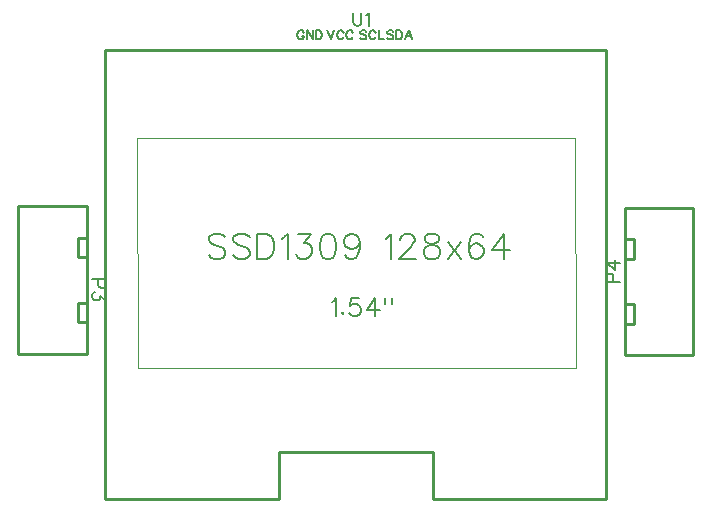
<source format=gto>
G04 Layer: TopSilkscreenLayer*
G04 EasyEDA v6.5.47, 2024-09-30 16:46:26*
G04 e7e5d466ba494a0aaca811e2ade4a1f3,2802210eb98647e48a656566f44cf116,10*
G04 Gerber Generator version 0.2*
G04 Scale: 100 percent, Rotated: No, Reflected: No *
G04 Dimensions in millimeters *
G04 leading zeros omitted , absolute positions ,4 integer and 5 decimal *
%FSLAX45Y45*%
%MOMM*%

%ADD10C,0.1524*%
%ADD11C,0.2032*%
%ADD12C,0.2540*%
%ADD13C,0.1000*%

%LPD*%
D10*
X2994822Y3231789D02*
G01*
X2885856Y3231789D01*
X2994822Y3231789D02*
G01*
X2994822Y3185053D01*
X2989742Y3169559D01*
X2984408Y3164225D01*
X2973994Y3159145D01*
X2958500Y3159145D01*
X2948086Y3164225D01*
X2943006Y3169559D01*
X2937672Y3185053D01*
X2937672Y3231789D01*
X2994822Y3114441D02*
G01*
X2994822Y3057291D01*
X2953166Y3088279D01*
X2953166Y3072785D01*
X2948086Y3062371D01*
X2943006Y3057291D01*
X2927258Y3051957D01*
X2916844Y3051957D01*
X2901350Y3057291D01*
X2890936Y3067705D01*
X2885856Y3083199D01*
X2885856Y3098693D01*
X2890936Y3114441D01*
X2896016Y3119521D01*
X2906430Y3124855D01*
X7241377Y3207110D02*
G01*
X7350343Y3207110D01*
X7241377Y3207110D02*
G01*
X7241377Y3253846D01*
X7246457Y3269340D01*
X7251791Y3274674D01*
X7262205Y3279754D01*
X7277699Y3279754D01*
X7288113Y3274674D01*
X7293193Y3269340D01*
X7298527Y3253846D01*
X7298527Y3207110D01*
X7241377Y3366114D02*
G01*
X7314021Y3314044D01*
X7314021Y3392022D01*
X7241377Y3366114D02*
G01*
X7350343Y3366114D01*
X5092700Y5487415D02*
G01*
X5092700Y5409437D01*
X5097779Y5393944D01*
X5108193Y5383529D01*
X5123941Y5378450D01*
X5134356Y5378450D01*
X5149850Y5383529D01*
X5160263Y5393944D01*
X5165343Y5409437D01*
X5165343Y5487415D01*
X5199634Y5466587D02*
G01*
X5210047Y5471921D01*
X5225795Y5487415D01*
X5225795Y5378450D01*
D11*
X4914005Y3043041D02*
G01*
X4928483Y3050407D01*
X4950327Y3072251D01*
X4950327Y2919343D01*
X5005699Y2955919D02*
G01*
X4998333Y2948553D01*
X5005699Y2941187D01*
X5012811Y2948553D01*
X5005699Y2955919D01*
X5148193Y3072251D02*
G01*
X5075549Y3072251D01*
X5068183Y3006719D01*
X5075549Y3014085D01*
X5097393Y3021197D01*
X5118983Y3021197D01*
X5140827Y3014085D01*
X5155559Y2999353D01*
X5162671Y2977509D01*
X5162671Y2963031D01*
X5155559Y2941187D01*
X5140827Y2926709D01*
X5118983Y2919343D01*
X5097393Y2919343D01*
X5075549Y2926709D01*
X5068183Y2934075D01*
X5060817Y2948553D01*
X5283575Y3072251D02*
G01*
X5210677Y2970397D01*
X5319897Y2970397D01*
X5283575Y3072251D02*
G01*
X5283575Y2919343D01*
X5367903Y3072251D02*
G01*
X5367903Y3021197D01*
X5426069Y3072251D02*
G01*
X5426069Y3021197D01*
X4012549Y3585349D02*
G01*
X3992483Y3605415D01*
X3962511Y3615321D01*
X3922633Y3615321D01*
X3892661Y3605415D01*
X3872595Y3585349D01*
X3872595Y3565283D01*
X3882501Y3545217D01*
X3892661Y3535311D01*
X3912473Y3525405D01*
X3972671Y3505339D01*
X3992483Y3495179D01*
X4002643Y3485273D01*
X4012549Y3465207D01*
X4012549Y3435235D01*
X3992483Y3415423D01*
X3962511Y3405263D01*
X3922633Y3405263D01*
X3892661Y3415423D01*
X3872595Y3435235D01*
X4218543Y3585349D02*
G01*
X4198477Y3605415D01*
X4168505Y3615321D01*
X4128627Y3615321D01*
X4098655Y3605415D01*
X4078589Y3585349D01*
X4078589Y3565283D01*
X4088495Y3545217D01*
X4098655Y3535311D01*
X4118721Y3525405D01*
X4178665Y3505339D01*
X4198477Y3495179D01*
X4208637Y3485273D01*
X4218543Y3465207D01*
X4218543Y3435235D01*
X4198477Y3415423D01*
X4168505Y3405263D01*
X4128627Y3405263D01*
X4098655Y3415423D01*
X4078589Y3435235D01*
X4284583Y3615321D02*
G01*
X4284583Y3405263D01*
X4284583Y3615321D02*
G01*
X4354687Y3615321D01*
X4384659Y3605415D01*
X4404471Y3585349D01*
X4414631Y3565283D01*
X4424537Y3535311D01*
X4424537Y3485273D01*
X4414631Y3455301D01*
X4404471Y3435235D01*
X4384659Y3415423D01*
X4354687Y3405263D01*
X4284583Y3405263D01*
X4490577Y3575189D02*
G01*
X4510643Y3585349D01*
X4540615Y3615321D01*
X4540615Y3405263D01*
X4626467Y3615321D02*
G01*
X4736703Y3615321D01*
X4676505Y3535311D01*
X4706477Y3535311D01*
X4726543Y3525405D01*
X4736703Y3515245D01*
X4746609Y3485273D01*
X4746609Y3465207D01*
X4736703Y3435235D01*
X4716637Y3415423D01*
X4686665Y3405263D01*
X4656693Y3405263D01*
X4626467Y3415423D01*
X4616561Y3425329D01*
X4606655Y3445395D01*
X4872593Y3615321D02*
G01*
X4842621Y3605415D01*
X4822555Y3575189D01*
X4812649Y3525405D01*
X4812649Y3495179D01*
X4822555Y3445395D01*
X4842621Y3415423D01*
X4872593Y3405263D01*
X4892659Y3405263D01*
X4922631Y3415423D01*
X4942697Y3445395D01*
X4952603Y3495179D01*
X4952603Y3525405D01*
X4942697Y3575189D01*
X4922631Y3605415D01*
X4892659Y3615321D01*
X4872593Y3615321D01*
X5148691Y3545217D02*
G01*
X5138531Y3515245D01*
X5118719Y3495179D01*
X5088493Y3485273D01*
X5078587Y3485273D01*
X5048615Y3495179D01*
X5028549Y3515245D01*
X5018643Y3545217D01*
X5018643Y3555377D01*
X5028549Y3585349D01*
X5048615Y3605415D01*
X5078587Y3615321D01*
X5088493Y3615321D01*
X5118719Y3605415D01*
X5138531Y3585349D01*
X5148691Y3545217D01*
X5148691Y3495179D01*
X5138531Y3445395D01*
X5118719Y3415423D01*
X5088493Y3405263D01*
X5068681Y3405263D01*
X5038709Y3415423D01*
X5028549Y3435235D01*
X5368655Y3575189D02*
G01*
X5388467Y3585349D01*
X5418693Y3615321D01*
X5418693Y3405263D01*
X5494639Y3565283D02*
G01*
X5494639Y3575189D01*
X5504545Y3595255D01*
X5514705Y3605415D01*
X5534517Y3615321D01*
X5574649Y3615321D01*
X5594715Y3605415D01*
X5604621Y3595255D01*
X5614527Y3575189D01*
X5614527Y3555377D01*
X5604621Y3535311D01*
X5584555Y3505339D01*
X5484479Y3405263D01*
X5624687Y3405263D01*
X5740511Y3615321D02*
G01*
X5710539Y3605415D01*
X5700633Y3585349D01*
X5700633Y3565283D01*
X5710539Y3545217D01*
X5730605Y3535311D01*
X5770483Y3525405D01*
X5800709Y3515245D01*
X5820521Y3495179D01*
X5830681Y3475367D01*
X5830681Y3445395D01*
X5820521Y3425329D01*
X5810615Y3415423D01*
X5780643Y3405263D01*
X5740511Y3405263D01*
X5710539Y3415423D01*
X5700633Y3425329D01*
X5690473Y3445395D01*
X5690473Y3475367D01*
X5700633Y3495179D01*
X5720699Y3515245D01*
X5750671Y3525405D01*
X5790549Y3535311D01*
X5810615Y3545217D01*
X5820521Y3565283D01*
X5820521Y3585349D01*
X5810615Y3605415D01*
X5780643Y3615321D01*
X5740511Y3615321D01*
X5896467Y3545217D02*
G01*
X6006703Y3405263D01*
X6006703Y3545217D02*
G01*
X5896467Y3405263D01*
X6192631Y3585349D02*
G01*
X6182471Y3605415D01*
X6152499Y3615321D01*
X6132687Y3615321D01*
X6102715Y3605415D01*
X6082649Y3575189D01*
X6072489Y3525405D01*
X6072489Y3475367D01*
X6082649Y3435235D01*
X6102715Y3415423D01*
X6132687Y3405263D01*
X6142593Y3405263D01*
X6172565Y3415423D01*
X6192631Y3435235D01*
X6202537Y3465207D01*
X6202537Y3475367D01*
X6192631Y3505339D01*
X6172565Y3525405D01*
X6142593Y3535311D01*
X6132687Y3535311D01*
X6102715Y3525405D01*
X6082649Y3505339D01*
X6072489Y3475367D01*
X6368653Y3615321D02*
G01*
X6268577Y3475367D01*
X6418691Y3475367D01*
X6368653Y3615321D02*
G01*
X6368653Y3405263D01*
X5435600Y5327650D02*
G01*
X5428488Y5335015D01*
X5417565Y5338571D01*
X5403088Y5338571D01*
X5392165Y5335015D01*
X5384800Y5327650D01*
X5384800Y5320284D01*
X5388356Y5313171D01*
X5392165Y5309362D01*
X5399277Y5305805D01*
X5421122Y5298439D01*
X5428488Y5294884D01*
X5432043Y5291328D01*
X5435600Y5283962D01*
X5435600Y5273039D01*
X5428488Y5265673D01*
X5417565Y5262118D01*
X5403088Y5262118D01*
X5392165Y5265673D01*
X5384800Y5273039D01*
X5459729Y5338571D02*
G01*
X5459729Y5262118D01*
X5459729Y5338571D02*
G01*
X5485129Y5338571D01*
X5496052Y5335015D01*
X5503418Y5327650D01*
X5506974Y5320284D01*
X5510529Y5309362D01*
X5510529Y5291328D01*
X5506974Y5280405D01*
X5503418Y5273039D01*
X5496052Y5265673D01*
X5485129Y5262118D01*
X5459729Y5262118D01*
X5563615Y5338571D02*
G01*
X5534659Y5262118D01*
X5563615Y5338571D02*
G01*
X5592825Y5262118D01*
X5545581Y5287518D02*
G01*
X5581904Y5287518D01*
X5207000Y5327650D02*
G01*
X5199888Y5335015D01*
X5188965Y5338571D01*
X5174488Y5338571D01*
X5163565Y5335015D01*
X5156200Y5327650D01*
X5156200Y5320284D01*
X5159756Y5313171D01*
X5163565Y5309362D01*
X5170677Y5305805D01*
X5192522Y5298439D01*
X5199888Y5294884D01*
X5203443Y5291328D01*
X5207000Y5283962D01*
X5207000Y5273039D01*
X5199888Y5265673D01*
X5188965Y5262118D01*
X5174488Y5262118D01*
X5163565Y5265673D01*
X5156200Y5273039D01*
X5285740Y5320284D02*
G01*
X5281929Y5327650D01*
X5274818Y5335015D01*
X5267452Y5338571D01*
X5252974Y5338571D01*
X5245608Y5335015D01*
X5238495Y5327650D01*
X5234686Y5320284D01*
X5231129Y5309362D01*
X5231129Y5291328D01*
X5234686Y5280405D01*
X5238495Y5273039D01*
X5245608Y5265673D01*
X5252974Y5262118D01*
X5267452Y5262118D01*
X5274818Y5265673D01*
X5281929Y5273039D01*
X5285740Y5280405D01*
X5309615Y5338571D02*
G01*
X5309615Y5262118D01*
X5309615Y5262118D02*
G01*
X5353304Y5262118D01*
X4677409Y5320284D02*
G01*
X4673600Y5327650D01*
X4666488Y5335015D01*
X4659122Y5338571D01*
X4644643Y5338571D01*
X4637277Y5335015D01*
X4630165Y5327650D01*
X4626356Y5320284D01*
X4622800Y5309362D01*
X4622800Y5291328D01*
X4626356Y5280405D01*
X4630165Y5273039D01*
X4637277Y5265673D01*
X4644643Y5262118D01*
X4659122Y5262118D01*
X4666488Y5265673D01*
X4673600Y5273039D01*
X4677409Y5280405D01*
X4677409Y5291328D01*
X4659122Y5291328D02*
G01*
X4677409Y5291328D01*
X4701286Y5338571D02*
G01*
X4701286Y5262118D01*
X4701286Y5338571D02*
G01*
X4752340Y5262118D01*
X4752340Y5338571D02*
G01*
X4752340Y5262118D01*
X4776215Y5338571D02*
G01*
X4776215Y5262118D01*
X4776215Y5338571D02*
G01*
X4801615Y5338571D01*
X4812538Y5335015D01*
X4819904Y5327650D01*
X4823459Y5320284D01*
X4827270Y5309362D01*
X4827270Y5291328D01*
X4823459Y5280405D01*
X4819904Y5273039D01*
X4812538Y5265673D01*
X4801615Y5262118D01*
X4776215Y5262118D01*
X4876800Y5338571D02*
G01*
X4906009Y5262118D01*
X4934965Y5338571D02*
G01*
X4906009Y5262118D01*
X5013452Y5320284D02*
G01*
X5009895Y5327650D01*
X5002529Y5335015D01*
X4995418Y5338571D01*
X4980686Y5338571D01*
X4973574Y5335015D01*
X4966208Y5327650D01*
X4962652Y5320284D01*
X4959095Y5309362D01*
X4959095Y5291328D01*
X4962652Y5280405D01*
X4966208Y5273039D01*
X4973574Y5265673D01*
X4980686Y5262118D01*
X4995418Y5262118D01*
X5002529Y5265673D01*
X5009895Y5273039D01*
X5013452Y5280405D01*
X5092191Y5320284D02*
G01*
X5088381Y5327650D01*
X5081270Y5335015D01*
X5073904Y5338571D01*
X5059425Y5338571D01*
X5052059Y5335015D01*
X5044693Y5327650D01*
X5041138Y5320284D01*
X5037581Y5309362D01*
X5037581Y5291328D01*
X5041138Y5280405D01*
X5044693Y5273039D01*
X5052059Y5265673D01*
X5059425Y5262118D01*
X5073904Y5262118D01*
X5081270Y5265673D01*
X5088381Y5273039D01*
X5092191Y5280405D01*
D12*
X2840997Y3034571D02*
G01*
X2763499Y3034571D01*
X2763499Y2868267D01*
X2836237Y2868267D01*
X2840997Y2873027D01*
X2840997Y3583338D02*
G01*
X2763499Y3583338D01*
X2763499Y3417034D01*
X2836237Y3417034D01*
X2840997Y3421794D01*
X2261003Y3850800D02*
G01*
X2840997Y3850800D01*
X2840997Y2600799D01*
X2261003Y2600799D01*
X2261003Y3849801D01*
X2262002Y3850800D01*
X7395202Y3404328D02*
G01*
X7472700Y3404328D01*
X7472700Y3570632D01*
X7399962Y3570632D01*
X7395202Y3565872D01*
X7395202Y2855561D02*
G01*
X7472700Y2855561D01*
X7472700Y3021865D01*
X7399962Y3021865D01*
X7395202Y3017105D01*
X7975196Y2588099D02*
G01*
X7395202Y2588099D01*
X7395202Y3838100D01*
X7975196Y3838100D01*
X7975196Y2589098D01*
X7974197Y2588099D01*
D13*
X3267199Y4428901D02*
G01*
X6972190Y4428901D01*
X3271232Y2477310D02*
G01*
X6976224Y2477310D01*
X6977192Y4428901D02*
G01*
X6981225Y2477310D01*
X3267199Y4428901D02*
G01*
X3271232Y2477310D01*
D12*
X7237191Y5168900D02*
G01*
X7237191Y1368907D01*
X4467197Y1368907D02*
G01*
X2997200Y1368907D01*
X4467197Y1368907D02*
G01*
X4467197Y1768906D01*
X5767194Y1768906D01*
X5767194Y1368907D01*
X7237191Y1368907D02*
G01*
X5767194Y1368907D01*
X2997200Y5168900D02*
G01*
X2997200Y1368907D01*
X2997200Y5168900D02*
G01*
X7237191Y5168900D01*
M02*

</source>
